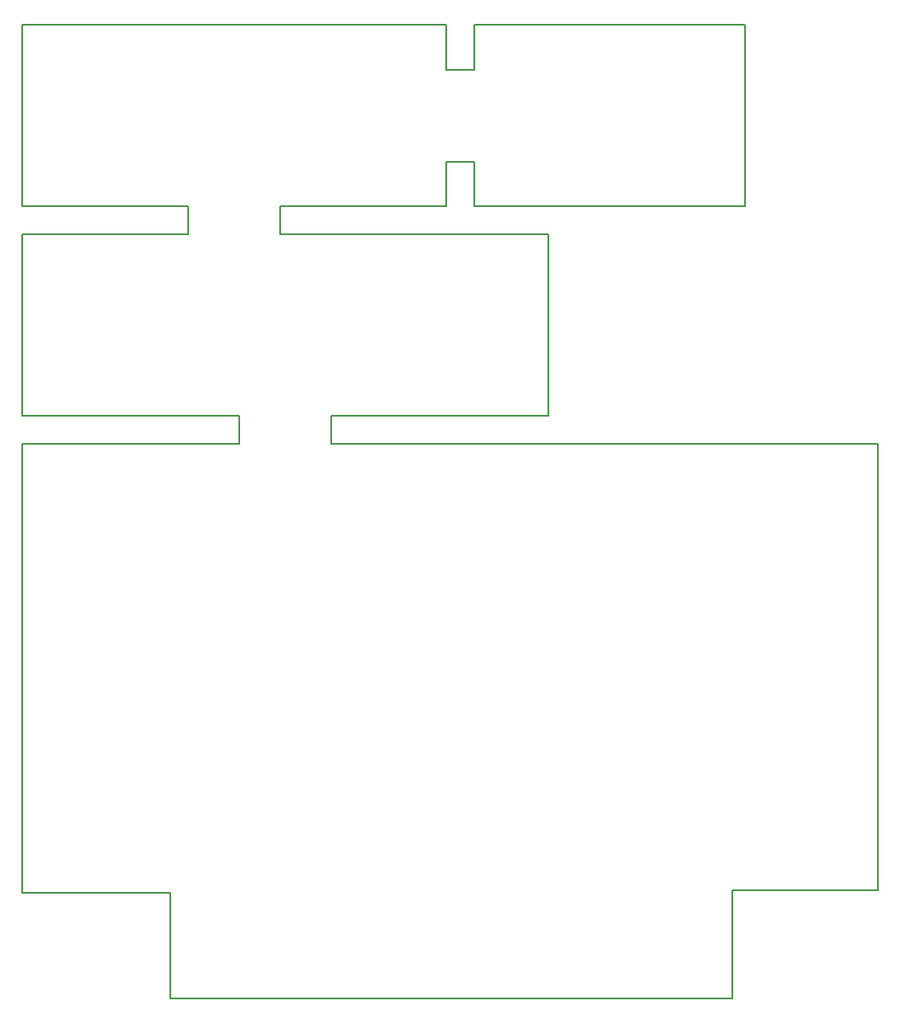
<source format=gbr>
G04 #@! TF.FileFunction,Profile,NP*
%FSLAX46Y46*%
G04 Gerber Fmt 4.6, Leading zero omitted, Abs format (unit mm)*
G04 Created by KiCad (PCBNEW 4.0.7) date 05/21/18 09:05:03*
%MOMM*%
%LPD*%
G01*
G04 APERTURE LIST*
%ADD10C,0.100000*%
%ADD11C,0.150000*%
G04 APERTURE END LIST*
D10*
D11*
X98806000Y-65659000D02*
X98806000Y-47625000D01*
X115316000Y-65659000D02*
X98806000Y-65659000D01*
X115316000Y-68453000D02*
X115316000Y-65659000D01*
X98806000Y-68453000D02*
X115316000Y-68453000D01*
X98806000Y-86487000D02*
X98806000Y-68453000D01*
X120396000Y-86487000D02*
X98806000Y-86487000D01*
X120396000Y-89281000D02*
X120396000Y-86487000D01*
X98806000Y-89281000D02*
X120396000Y-89281000D01*
X98806000Y-133858000D02*
X98806000Y-89281000D01*
X113538000Y-133858000D02*
X98806000Y-133858000D01*
X113538000Y-144399000D02*
X113538000Y-133858000D01*
X169418000Y-144399000D02*
X113538000Y-144399000D01*
X169418000Y-133604000D02*
X169418000Y-144399000D01*
X183896000Y-133604000D02*
X169418000Y-133604000D01*
X183896000Y-89281000D02*
X183896000Y-133604000D01*
X129540000Y-89281000D02*
X183896000Y-89281000D01*
X129540000Y-86487000D02*
X129540000Y-89281000D01*
X151130000Y-86487000D02*
X129540000Y-86487000D01*
X151130000Y-68453000D02*
X151130000Y-86487000D01*
X124460000Y-68453000D02*
X151130000Y-68453000D01*
X124460000Y-65659000D02*
X124460000Y-68453000D01*
X140970000Y-65659000D02*
X124460000Y-65659000D01*
X140970000Y-61214000D02*
X140970000Y-65659000D01*
X143764000Y-61214000D02*
X140970000Y-61214000D01*
X143764000Y-65659000D02*
X143764000Y-61214000D01*
X170688000Y-65659000D02*
X143764000Y-65659000D01*
X170688000Y-47625000D02*
X170688000Y-65659000D01*
X143764000Y-47625000D02*
X170688000Y-47625000D01*
X143764000Y-52070000D02*
X143764000Y-47625000D01*
X140970000Y-52070000D02*
X143764000Y-52070000D01*
X140970000Y-47625000D02*
X140970000Y-52070000D01*
X98806000Y-47625000D02*
X140970000Y-47625000D01*
M02*

</source>
